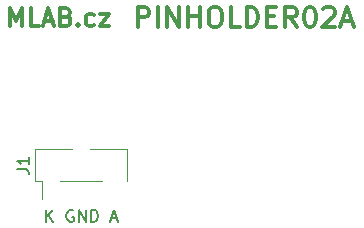
<source format=gbr>
%TF.GenerationSoftware,KiCad,Pcbnew,7.0.5.1-1-g8f565ef7f0-dirty-deb11*%
%TF.CreationDate,2023-07-05T15:05:41+00:00*%
%TF.ProjectId,PINHOLDER02,50494e48-4f4c-4444-9552-30322e6b6963,02A*%
%TF.SameCoordinates,Original*%
%TF.FileFunction,Legend,Top*%
%TF.FilePolarity,Positive*%
%FSLAX46Y46*%
G04 Gerber Fmt 4.6, Leading zero omitted, Abs format (unit mm)*
G04 Created by KiCad (PCBNEW 7.0.5.1-1-g8f565ef7f0-dirty-deb11) date 2023-07-05 15:05:41*
%MOMM*%
%LPD*%
G01*
G04 APERTURE LIST*
%ADD10C,0.300000*%
%ADD11C,0.150000*%
%ADD12C,0.120000*%
G04 APERTURE END LIST*
D10*
X16863809Y909147D02*
X16863809Y2609147D01*
X16863809Y2609147D02*
X17511428Y2609147D01*
X17511428Y2609147D02*
X17673333Y2528195D01*
X17673333Y2528195D02*
X17754286Y2447242D01*
X17754286Y2447242D02*
X17835238Y2285338D01*
X17835238Y2285338D02*
X17835238Y2042480D01*
X17835238Y2042480D02*
X17754286Y1880576D01*
X17754286Y1880576D02*
X17673333Y1799623D01*
X17673333Y1799623D02*
X17511428Y1718671D01*
X17511428Y1718671D02*
X16863809Y1718671D01*
X18563809Y909147D02*
X18563809Y2609147D01*
X19373333Y909147D02*
X19373333Y2609147D01*
X19373333Y2609147D02*
X20344762Y909147D01*
X20344762Y909147D02*
X20344762Y2609147D01*
X21154285Y909147D02*
X21154285Y2609147D01*
X21154285Y1799623D02*
X22125714Y1799623D01*
X22125714Y909147D02*
X22125714Y2609147D01*
X23259047Y2609147D02*
X23582856Y2609147D01*
X23582856Y2609147D02*
X23744761Y2528195D01*
X23744761Y2528195D02*
X23906666Y2366290D01*
X23906666Y2366290D02*
X23987618Y2042480D01*
X23987618Y2042480D02*
X23987618Y1475814D01*
X23987618Y1475814D02*
X23906666Y1152004D01*
X23906666Y1152004D02*
X23744761Y990099D01*
X23744761Y990099D02*
X23582856Y909147D01*
X23582856Y909147D02*
X23259047Y909147D01*
X23259047Y909147D02*
X23097142Y990099D01*
X23097142Y990099D02*
X22935237Y1152004D01*
X22935237Y1152004D02*
X22854285Y1475814D01*
X22854285Y1475814D02*
X22854285Y2042480D01*
X22854285Y2042480D02*
X22935237Y2366290D01*
X22935237Y2366290D02*
X23097142Y2528195D01*
X23097142Y2528195D02*
X23259047Y2609147D01*
X25525713Y909147D02*
X24716189Y909147D01*
X24716189Y909147D02*
X24716189Y2609147D01*
X26092379Y909147D02*
X26092379Y2609147D01*
X26092379Y2609147D02*
X26497141Y2609147D01*
X26497141Y2609147D02*
X26739998Y2528195D01*
X26739998Y2528195D02*
X26901903Y2366290D01*
X26901903Y2366290D02*
X26982856Y2204385D01*
X26982856Y2204385D02*
X27063808Y1880576D01*
X27063808Y1880576D02*
X27063808Y1637719D01*
X27063808Y1637719D02*
X26982856Y1313909D01*
X26982856Y1313909D02*
X26901903Y1152004D01*
X26901903Y1152004D02*
X26739998Y990099D01*
X26739998Y990099D02*
X26497141Y909147D01*
X26497141Y909147D02*
X26092379Y909147D01*
X27792379Y1799623D02*
X28359046Y1799623D01*
X28601903Y909147D02*
X27792379Y909147D01*
X27792379Y909147D02*
X27792379Y2609147D01*
X27792379Y2609147D02*
X28601903Y2609147D01*
X30301903Y909147D02*
X29735236Y1718671D01*
X29330474Y909147D02*
X29330474Y2609147D01*
X29330474Y2609147D02*
X29978093Y2609147D01*
X29978093Y2609147D02*
X30139998Y2528195D01*
X30139998Y2528195D02*
X30220951Y2447242D01*
X30220951Y2447242D02*
X30301903Y2285338D01*
X30301903Y2285338D02*
X30301903Y2042480D01*
X30301903Y2042480D02*
X30220951Y1880576D01*
X30220951Y1880576D02*
X30139998Y1799623D01*
X30139998Y1799623D02*
X29978093Y1718671D01*
X29978093Y1718671D02*
X29330474Y1718671D01*
X31354284Y2609147D02*
X31516189Y2609147D01*
X31516189Y2609147D02*
X31678093Y2528195D01*
X31678093Y2528195D02*
X31759046Y2447242D01*
X31759046Y2447242D02*
X31839998Y2285338D01*
X31839998Y2285338D02*
X31920951Y1961528D01*
X31920951Y1961528D02*
X31920951Y1556766D01*
X31920951Y1556766D02*
X31839998Y1232957D01*
X31839998Y1232957D02*
X31759046Y1071052D01*
X31759046Y1071052D02*
X31678093Y990099D01*
X31678093Y990099D02*
X31516189Y909147D01*
X31516189Y909147D02*
X31354284Y909147D01*
X31354284Y909147D02*
X31192379Y990099D01*
X31192379Y990099D02*
X31111427Y1071052D01*
X31111427Y1071052D02*
X31030474Y1232957D01*
X31030474Y1232957D02*
X30949522Y1556766D01*
X30949522Y1556766D02*
X30949522Y1961528D01*
X30949522Y1961528D02*
X31030474Y2285338D01*
X31030474Y2285338D02*
X31111427Y2447242D01*
X31111427Y2447242D02*
X31192379Y2528195D01*
X31192379Y2528195D02*
X31354284Y2609147D01*
X32568570Y2447242D02*
X32649522Y2528195D01*
X32649522Y2528195D02*
X32811427Y2609147D01*
X32811427Y2609147D02*
X33216189Y2609147D01*
X33216189Y2609147D02*
X33378094Y2528195D01*
X33378094Y2528195D02*
X33459046Y2447242D01*
X33459046Y2447242D02*
X33539999Y2285338D01*
X33539999Y2285338D02*
X33539999Y2123433D01*
X33539999Y2123433D02*
X33459046Y1880576D01*
X33459046Y1880576D02*
X32487618Y909147D01*
X32487618Y909147D02*
X33539999Y909147D01*
X34187618Y1394861D02*
X34997142Y1394861D01*
X34025713Y909147D02*
X34592380Y2609147D01*
X34592380Y2609147D02*
X35159047Y909147D01*
X6082856Y1001672D02*
X6082856Y2501672D01*
X6082856Y2501672D02*
X6582856Y1430243D01*
X6582856Y1430243D02*
X7082856Y2501672D01*
X7082856Y2501672D02*
X7082856Y1001672D01*
X8511428Y1001672D02*
X7797142Y1001672D01*
X7797142Y1001672D02*
X7797142Y2501672D01*
X8940000Y1430243D02*
X9654286Y1430243D01*
X8797143Y1001672D02*
X9297143Y2501672D01*
X9297143Y2501672D02*
X9797143Y1001672D01*
X10797142Y1787386D02*
X11011428Y1715958D01*
X11011428Y1715958D02*
X11082857Y1644529D01*
X11082857Y1644529D02*
X11154285Y1501672D01*
X11154285Y1501672D02*
X11154285Y1287386D01*
X11154285Y1287386D02*
X11082857Y1144529D01*
X11082857Y1144529D02*
X11011428Y1073100D01*
X11011428Y1073100D02*
X10868571Y1001672D01*
X10868571Y1001672D02*
X10297142Y1001672D01*
X10297142Y1001672D02*
X10297142Y2501672D01*
X10297142Y2501672D02*
X10797142Y2501672D01*
X10797142Y2501672D02*
X10940000Y2430243D01*
X10940000Y2430243D02*
X11011428Y2358815D01*
X11011428Y2358815D02*
X11082857Y2215958D01*
X11082857Y2215958D02*
X11082857Y2073100D01*
X11082857Y2073100D02*
X11011428Y1930243D01*
X11011428Y1930243D02*
X10940000Y1858815D01*
X10940000Y1858815D02*
X10797142Y1787386D01*
X10797142Y1787386D02*
X10297142Y1787386D01*
X11797142Y1144529D02*
X11868571Y1073100D01*
X11868571Y1073100D02*
X11797142Y1001672D01*
X11797142Y1001672D02*
X11725714Y1073100D01*
X11725714Y1073100D02*
X11797142Y1144529D01*
X11797142Y1144529D02*
X11797142Y1001672D01*
X13154286Y1073100D02*
X13011428Y1001672D01*
X13011428Y1001672D02*
X12725714Y1001672D01*
X12725714Y1001672D02*
X12582857Y1073100D01*
X12582857Y1073100D02*
X12511428Y1144529D01*
X12511428Y1144529D02*
X12440000Y1287386D01*
X12440000Y1287386D02*
X12440000Y1715958D01*
X12440000Y1715958D02*
X12511428Y1858815D01*
X12511428Y1858815D02*
X12582857Y1930243D01*
X12582857Y1930243D02*
X12725714Y2001672D01*
X12725714Y2001672D02*
X13011428Y2001672D01*
X13011428Y2001672D02*
X13154286Y1930243D01*
X13654285Y2001672D02*
X14440000Y2001672D01*
X14440000Y2001672D02*
X13654285Y1001672D01*
X13654285Y1001672D02*
X14440000Y1001672D01*
D11*
X9113809Y-15574819D02*
X9113809Y-14574819D01*
X9685237Y-15574819D02*
X9256666Y-15003390D01*
X9685237Y-14574819D02*
X9113809Y-15146247D01*
X11399523Y-14622438D02*
X11304285Y-14574819D01*
X11304285Y-14574819D02*
X11161428Y-14574819D01*
X11161428Y-14574819D02*
X11018571Y-14622438D01*
X11018571Y-14622438D02*
X10923333Y-14717676D01*
X10923333Y-14717676D02*
X10875714Y-14812914D01*
X10875714Y-14812914D02*
X10828095Y-15003390D01*
X10828095Y-15003390D02*
X10828095Y-15146247D01*
X10828095Y-15146247D02*
X10875714Y-15336723D01*
X10875714Y-15336723D02*
X10923333Y-15431961D01*
X10923333Y-15431961D02*
X11018571Y-15527200D01*
X11018571Y-15527200D02*
X11161428Y-15574819D01*
X11161428Y-15574819D02*
X11256666Y-15574819D01*
X11256666Y-15574819D02*
X11399523Y-15527200D01*
X11399523Y-15527200D02*
X11447142Y-15479580D01*
X11447142Y-15479580D02*
X11447142Y-15146247D01*
X11447142Y-15146247D02*
X11256666Y-15146247D01*
X11875714Y-15574819D02*
X11875714Y-14574819D01*
X11875714Y-14574819D02*
X12447142Y-15574819D01*
X12447142Y-15574819D02*
X12447142Y-14574819D01*
X12923333Y-15574819D02*
X12923333Y-14574819D01*
X12923333Y-14574819D02*
X13161428Y-14574819D01*
X13161428Y-14574819D02*
X13304285Y-14622438D01*
X13304285Y-14622438D02*
X13399523Y-14717676D01*
X13399523Y-14717676D02*
X13447142Y-14812914D01*
X13447142Y-14812914D02*
X13494761Y-15003390D01*
X13494761Y-15003390D02*
X13494761Y-15146247D01*
X13494761Y-15146247D02*
X13447142Y-15336723D01*
X13447142Y-15336723D02*
X13399523Y-15431961D01*
X13399523Y-15431961D02*
X13304285Y-15527200D01*
X13304285Y-15527200D02*
X13161428Y-15574819D01*
X13161428Y-15574819D02*
X12923333Y-15574819D01*
X14637619Y-15289104D02*
X15113809Y-15289104D01*
X14542381Y-15574819D02*
X14875714Y-14574819D01*
X14875714Y-14574819D02*
X15209047Y-15574819D01*
%TO.C,J1*%
X6648819Y-11127333D02*
X7363104Y-11127333D01*
X7363104Y-11127333D02*
X7505961Y-11174952D01*
X7505961Y-11174952D02*
X7601200Y-11270190D01*
X7601200Y-11270190D02*
X7648819Y-11413047D01*
X7648819Y-11413047D02*
X7648819Y-11508285D01*
X7648819Y-10127333D02*
X7648819Y-10698761D01*
X7648819Y-10413047D02*
X6648819Y-10413047D01*
X6648819Y-10413047D02*
X6791676Y-10508285D01*
X6791676Y-10508285D02*
X6886914Y-10603523D01*
X6886914Y-10603523D02*
X6934533Y-10698761D01*
D12*
X15934000Y-12124000D02*
X15934000Y-9464000D01*
X10284000Y-12124000D02*
X13844000Y-12124000D01*
X8194000Y-12124000D02*
X8194000Y-9464000D01*
X8194000Y-12124000D02*
X8764000Y-12124000D01*
X12824000Y-9464000D02*
X15934000Y-9464000D01*
X15364000Y-9464000D02*
X15934000Y-9464000D01*
X8764000Y-12124000D02*
X8764000Y-13644000D01*
X8194000Y-9464000D02*
X11304000Y-9464000D01*
%TD*%
M02*

</source>
